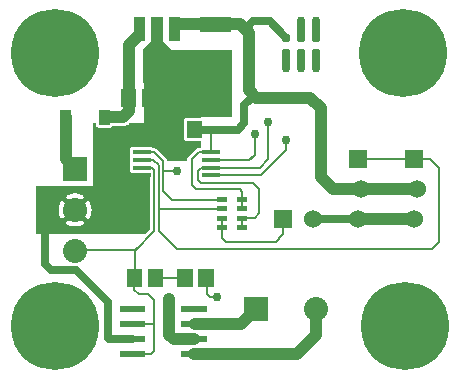
<source format=gbr>
G04 start of page 2 for group 0 idx 0 *
G04 Title: (unknown), top *
G04 Creator: pcb 20140316 *
G04 CreationDate: Tue 12 Jul 2016 01:46:57 AM GMT UTC *
G04 For: ndholmes *
G04 Format: Gerber/RS-274X *
G04 PCB-Dimensions (mil): 1500.00 1250.00 *
G04 PCB-Coordinate-Origin: lower left *
%MOIN*%
%FSLAX25Y25*%
%LNTOP*%
%ADD33C,0.0380*%
%ADD32C,0.0480*%
%ADD31C,0.0472*%
%ADD30C,0.0390*%
%ADD29C,0.1285*%
%ADD28C,0.0150*%
%ADD27C,0.0140*%
%ADD26C,0.0300*%
%ADD25R,0.0200X0.0200*%
%ADD24R,0.0167X0.0167*%
%ADD23R,0.0945X0.0945*%
%ADD22R,0.0360X0.0360*%
%ADD21R,0.0130X0.0130*%
%ADD20C,0.0310*%
%ADD19R,0.0378X0.0378*%
%ADD18R,0.0512X0.0512*%
%ADD17C,0.0600*%
%ADD16C,0.0800*%
%ADD15C,0.2937*%
%ADD14C,0.0250*%
%ADD13C,0.0080*%
%ADD12C,0.0400*%
%ADD11C,0.0001*%
G54D11*G36*
X48118Y106838D02*X48119Y104127D01*
X48156Y103974D01*
X48216Y103829D01*
X48298Y103694D01*
X48401Y103575D01*
X48520Y103472D01*
X48655Y103390D01*
X48800Y103330D01*
X48953Y103293D01*
X49110Y103284D01*
X53047Y103293D01*
X53200Y103330D01*
X53345Y103390D01*
X53480Y103472D01*
X53599Y103575D01*
X53702Y103694D01*
X53784Y103829D01*
X53844Y103974D01*
X53881Y104127D01*
X53890Y104284D01*
X53887Y109000D01*
X76000D01*
Y98000D01*
X46500D01*
Y107534D01*
X47105Y106934D01*
X47240Y106851D01*
X47385Y106791D01*
X47538Y106754D01*
X47695Y106742D01*
X47852Y106754D01*
X48005Y106791D01*
X48118Y106838D01*
G37*
G36*
X28166Y63500D02*X34500D01*
Y47500D01*
X28166D01*
Y52810D01*
X28251Y52846D01*
X28352Y52908D01*
X28442Y52984D01*
X28518Y53074D01*
X28578Y53176D01*
X28795Y53645D01*
X28962Y54134D01*
X29082Y54637D01*
X29155Y55149D01*
X29179Y55665D01*
X29155Y56181D01*
X29082Y56693D01*
X28962Y57196D01*
X28795Y57685D01*
X28583Y58157D01*
X28522Y58258D01*
X28445Y58349D01*
X28355Y58426D01*
X28253Y58488D01*
X28166Y58525D01*
Y63500D01*
G37*
G36*
X23675D02*X28166D01*
Y58525D01*
X28144Y58534D01*
X28028Y58562D01*
X27910Y58571D01*
X27792Y58562D01*
X27676Y58535D01*
X27566Y58489D01*
X27465Y58427D01*
X27375Y58351D01*
X27297Y58260D01*
X27235Y58159D01*
X27189Y58050D01*
X27162Y57934D01*
X27152Y57816D01*
X27161Y57697D01*
X27189Y57582D01*
X27236Y57473D01*
X27394Y57133D01*
X27515Y56777D01*
X27603Y56412D01*
X27655Y56040D01*
X27673Y55665D01*
X27655Y55290D01*
X27603Y54918D01*
X27515Y54553D01*
X27394Y54197D01*
X27240Y53855D01*
X27193Y53747D01*
X27166Y53632D01*
X27156Y53514D01*
X27166Y53397D01*
X27194Y53282D01*
X27239Y53173D01*
X27301Y53072D01*
X27378Y52983D01*
X27468Y52906D01*
X27568Y52845D01*
X27677Y52800D01*
X27792Y52772D01*
X27910Y52763D01*
X28028Y52773D01*
X28142Y52800D01*
X28166Y52810D01*
Y47500D01*
X23675D01*
Y50159D01*
X24189Y50183D01*
X24701Y50256D01*
X25204Y50376D01*
X25693Y50543D01*
X26165Y50755D01*
X26266Y50816D01*
X26357Y50893D01*
X26434Y50983D01*
X26496Y51085D01*
X26542Y51194D01*
X26570Y51310D01*
X26579Y51428D01*
X26570Y51546D01*
X26543Y51662D01*
X26497Y51772D01*
X26435Y51873D01*
X26359Y51963D01*
X26268Y52041D01*
X26167Y52103D01*
X26058Y52149D01*
X25942Y52176D01*
X25824Y52186D01*
X25705Y52177D01*
X25590Y52149D01*
X25481Y52102D01*
X25141Y51944D01*
X24785Y51823D01*
X24420Y51735D01*
X24048Y51683D01*
X23675Y51665D01*
Y59665D01*
X24048Y59647D01*
X24420Y59595D01*
X24785Y59507D01*
X25141Y59386D01*
X25483Y59232D01*
X25591Y59185D01*
X25706Y59158D01*
X25824Y59148D01*
X25941Y59158D01*
X26056Y59186D01*
X26165Y59231D01*
X26266Y59293D01*
X26355Y59370D01*
X26432Y59460D01*
X26493Y59560D01*
X26538Y59669D01*
X26566Y59784D01*
X26575Y59902D01*
X26565Y60020D01*
X26538Y60134D01*
X26492Y60243D01*
X26430Y60344D01*
X26354Y60434D01*
X26264Y60510D01*
X26162Y60570D01*
X25693Y60787D01*
X25204Y60954D01*
X24701Y61074D01*
X24189Y61147D01*
X23675Y61171D01*
Y63500D01*
G37*
G36*
X19180D02*X23675D01*
Y61171D01*
X23673Y61171D01*
X23157Y61147D01*
X22645Y61074D01*
X22142Y60954D01*
X21653Y60787D01*
X21181Y60575D01*
X21080Y60514D01*
X20989Y60437D01*
X20912Y60347D01*
X20850Y60245D01*
X20804Y60136D01*
X20776Y60020D01*
X20767Y59902D01*
X20776Y59784D01*
X20803Y59668D01*
X20849Y59558D01*
X20911Y59457D01*
X20987Y59367D01*
X21078Y59289D01*
X21179Y59227D01*
X21288Y59181D01*
X21404Y59154D01*
X21522Y59144D01*
X21641Y59153D01*
X21756Y59181D01*
X21865Y59228D01*
X22205Y59386D01*
X22561Y59507D01*
X22926Y59595D01*
X23298Y59647D01*
X23673Y59665D01*
X23675Y59665D01*
Y51665D01*
X23673Y51665D01*
X23298Y51683D01*
X22926Y51735D01*
X22561Y51823D01*
X22205Y51944D01*
X21863Y52098D01*
X21755Y52145D01*
X21640Y52172D01*
X21522Y52182D01*
X21405Y52172D01*
X21290Y52144D01*
X21181Y52099D01*
X21080Y52037D01*
X20991Y51960D01*
X20914Y51870D01*
X20853Y51770D01*
X20808Y51661D01*
X20780Y51546D01*
X20771Y51428D01*
X20781Y51310D01*
X20808Y51196D01*
X20854Y51087D01*
X20916Y50986D01*
X20992Y50896D01*
X21082Y50820D01*
X21184Y50760D01*
X21653Y50543D01*
X22142Y50376D01*
X22645Y50256D01*
X23157Y50183D01*
X23673Y50159D01*
X23675Y50159D01*
Y47500D01*
X19180D01*
Y52805D01*
X19202Y52796D01*
X19318Y52768D01*
X19436Y52759D01*
X19554Y52768D01*
X19670Y52795D01*
X19780Y52841D01*
X19881Y52903D01*
X19971Y52979D01*
X20049Y53070D01*
X20111Y53171D01*
X20157Y53280D01*
X20184Y53396D01*
X20194Y53514D01*
X20185Y53633D01*
X20157Y53748D01*
X20110Y53857D01*
X19952Y54197D01*
X19831Y54553D01*
X19743Y54918D01*
X19691Y55290D01*
X19673Y55665D01*
X19691Y56040D01*
X19743Y56412D01*
X19831Y56777D01*
X19952Y57133D01*
X20106Y57475D01*
X20153Y57583D01*
X20180Y57698D01*
X20190Y57816D01*
X20180Y57933D01*
X20152Y58048D01*
X20107Y58157D01*
X20045Y58258D01*
X19968Y58347D01*
X19878Y58424D01*
X19778Y58485D01*
X19669Y58530D01*
X19554Y58558D01*
X19436Y58567D01*
X19318Y58557D01*
X19204Y58530D01*
X19180Y58520D01*
Y63500D01*
G37*
G36*
X10500D02*X19180D01*
Y58520D01*
X19095Y58484D01*
X18994Y58422D01*
X18904Y58346D01*
X18828Y58256D01*
X18768Y58154D01*
X18551Y57685D01*
X18384Y57196D01*
X18264Y56693D01*
X18191Y56181D01*
X18167Y55665D01*
X18191Y55149D01*
X18264Y54637D01*
X18384Y54134D01*
X18551Y53645D01*
X18763Y53173D01*
X18824Y53072D01*
X18901Y52981D01*
X18991Y52904D01*
X19093Y52842D01*
X19180Y52805D01*
Y47500D01*
X10500D01*
Y63500D01*
G37*
G36*
X41833Y75488D02*X41844Y74016D01*
X41884Y73848D01*
X41950Y73688D01*
X42029Y73558D01*
X41950Y73429D01*
X41884Y73269D01*
X41844Y73101D01*
X41833Y72929D01*
X41844Y71457D01*
X41884Y71289D01*
X41950Y71129D01*
X42029Y71000D01*
X41950Y70871D01*
X41884Y70711D01*
X41844Y70543D01*
X41833Y70371D01*
X41844Y68899D01*
X41884Y68731D01*
X41950Y68571D01*
X42041Y68423D01*
X42153Y68291D01*
X42285Y68179D01*
X42433Y68088D01*
X42593Y68022D01*
X42761Y67982D01*
X42933Y67972D01*
X48600Y67981D01*
Y64000D01*
X48600Y64000D01*
Y49080D01*
X47020Y47500D01*
X29500D01*
Y84500D01*
X30608D01*
X30609Y83943D01*
X30646Y83790D01*
X30706Y83645D01*
X30788Y83510D01*
X30891Y83391D01*
X31010Y83288D01*
X31145Y83206D01*
X31290Y83146D01*
X31443Y83109D01*
X31600Y83100D01*
X35357Y83109D01*
X35510Y83146D01*
X35655Y83206D01*
X35790Y83288D01*
X35909Y83391D01*
X36003Y83500D01*
X39382D01*
X39500Y83491D01*
X39970Y83528D01*
X39971Y83528D01*
X40430Y83638D01*
X40866Y83819D01*
X41269Y84065D01*
X41628Y84372D01*
X41705Y84462D01*
X41743Y84500D01*
X51500D01*
Y75318D01*
X51029Y75789D01*
X50993Y75831D01*
X50825Y75974D01*
X50638Y76089D01*
X50434Y76174D01*
X50220Y76225D01*
X50000Y76242D01*
X49945Y76238D01*
X49644D01*
X49619Y76268D01*
X49487Y76380D01*
X49339Y76471D01*
X49179Y76537D01*
X49011Y76577D01*
X48838Y76588D01*
X42761Y76577D01*
X42593Y76537D01*
X42433Y76471D01*
X42285Y76380D01*
X42153Y76268D01*
X42041Y76136D01*
X41950Y75988D01*
X41884Y75828D01*
X41844Y75660D01*
X41833Y75488D01*
G37*
G36*
X61100Y72000D02*X54392D01*
X54387Y72058D01*
X54336Y72272D01*
X54251Y72476D01*
X54136Y72663D01*
X53993Y72831D01*
X53951Y72867D01*
X51029Y75789D01*
X50993Y75831D01*
X50825Y75974D01*
X50638Y76089D01*
X50434Y76174D01*
X50220Y76225D01*
X50000Y76242D01*
X49945Y76238D01*
X49644D01*
X49619Y76268D01*
X49487Y76380D01*
X49339Y76471D01*
X49179Y76537D01*
X49011Y76577D01*
X48838Y76588D01*
X46500Y76584D01*
Y89500D01*
X65500D01*
Y86451D01*
X60827Y86443D01*
X60674Y86406D01*
X60529Y86346D01*
X60394Y86264D01*
X60275Y86161D01*
X60172Y86042D01*
X60090Y85907D01*
X60030Y85762D01*
X59993Y85609D01*
X59984Y85452D01*
X59993Y79391D01*
X60030Y79238D01*
X60090Y79093D01*
X60172Y78958D01*
X60275Y78839D01*
X60394Y78736D01*
X60529Y78654D01*
X60674Y78594D01*
X60827Y78557D01*
X60984Y78548D01*
X65500Y78556D01*
Y76286D01*
X64941D01*
X64886Y76290D01*
X64666Y76273D01*
X64452Y76221D01*
X64248Y76137D01*
X64060Y76022D01*
X64060Y76022D01*
X63893Y75879D01*
X63857Y75837D01*
X61549Y73529D01*
X61507Y73493D01*
X61364Y73325D01*
X61249Y73138D01*
X61164Y72934D01*
X61113Y72720D01*
X61096Y72500D01*
X61100Y72445D01*
Y72000D01*
G37*
G36*
X46500Y97500D02*X76000D01*
Y86500D01*
X46500D01*
Y97500D01*
G37*
G36*
Y99500D02*X76000D01*
Y88500D01*
X46500D01*
Y99500D01*
G37*
G54D12*X63500Y17500D02*X79000D01*
X84000Y22500D01*
X63250Y7500D02*X97500D01*
G54D13*X71000Y26500D02*X68500D01*
X67500Y27500D01*
G54D12*X97500Y7500D02*X104000Y14000D01*
Y22500D01*
G54D14*X34500Y13000D02*Y25000D01*
X35000Y12500D02*X34500Y13000D01*
G54D13*X42750Y7500D02*X49000D01*
X42750Y17500D02*X50000D01*
G54D14*X42750Y12500D02*X35000D01*
G54D12*X56500D02*X63250D01*
G54D13*X49000Y7500D02*X50000Y8500D01*
Y25500D02*Y8500D01*
G54D12*X55000Y14000D02*X56500Y12500D01*
G54D13*X50543Y33000D02*X60230D01*
X60305Y33075D01*
X67500Y27500D02*Y32966D01*
X67391Y33075D01*
X43500Y33043D02*X43457Y33000D01*
Y29043D01*
X45000Y27500D01*
X48000D01*
X50000Y25500D01*
G54D14*X55000D02*Y17500D01*
G54D12*Y26000D02*Y14000D01*
G54D13*X48000Y27500D02*X49250Y26250D01*
X50000Y69000D02*Y62500D01*
X49721Y72279D02*X51500Y70500D01*
Y61500D01*
X55925Y59075D02*X53000Y62000D01*
Y71838D01*
X51500Y63000D02*Y58000D01*
X45886Y69721D02*X49279D01*
X50000Y69000D01*
X45886Y72279D02*X49721D01*
X45886Y74838D02*X49662D01*
X50000D02*X48500D01*
X53000Y71838D02*X50000Y74838D01*
X53000Y71838D02*X52169Y72669D01*
G54D12*X41500Y110500D02*X45000Y114000D01*
X70500Y117500D02*X57000D01*
G54D14*X70595D02*X70500Y117405D01*
G54D12*X33500Y86500D02*X39500D01*
X41500Y88500D01*
Y110500D01*
X69000Y117500D02*X78500D01*
X81500Y114500D01*
G54D14*X80250Y115750D02*X83000Y118500D01*
G54D12*X81500Y114500D02*Y95500D01*
X84000Y93000D01*
G54D14*X80000Y84500D02*Y90500D01*
X83250Y93750D01*
G54D13*X23787Y42000D02*X23673Y41886D01*
X23787Y42000D02*X23673Y41886D01*
G54D14*X34500Y25000D02*X24000Y35500D01*
X15500D01*
X13500Y37500D01*
G54D12*X20500Y86500D02*Y72618D01*
X23673Y69445D01*
G54D14*X13500Y37500D02*Y51500D01*
G54D13*X24000Y42213D02*X43713D01*
X62500Y72500D02*Y64000D01*
X64000Y62500D01*
X63000Y63500D01*
X64500Y68500D02*Y65500D01*
X65500Y64500D01*
X53000Y68500D02*X57500D01*
X69114Y69721D02*X65721D01*
X64500Y68500D01*
X65500Y64500D02*X83000D01*
X85000Y62500D01*
X79348Y52925D02*Y49776D01*
X85000Y62500D02*Y54500D01*
X83500Y53000D01*
X79423D01*
X79348Y52925D01*
X72652D02*Y49776D01*
Y51652D02*Y46348D01*
X74000Y45000D01*
X57500Y42500D02*X51500Y48500D01*
Y60000D01*
Y56000D02*X55000D01*
X50000Y64000D02*Y48500D01*
X43500Y42000D01*
Y33043D01*
X43713Y42213D02*X45500Y44000D01*
G54D14*X62500Y82457D02*X77957D01*
G54D13*X69114Y82071D02*X69500Y82457D01*
G54D14*X77957D02*X80000Y84500D01*
G54D13*X69114Y74838D02*Y82071D01*
Y74886D02*X64886D01*
X62500Y72500D01*
X69114Y72279D02*X81779D01*
X83000Y73500D01*
X76221Y69721D02*X85221D01*
X69114D02*X81500D01*
X69114Y67162D02*X85662D01*
X83500Y81000D02*Y74000D01*
X88000Y72500D02*Y85000D01*
X94000Y75500D02*Y79000D01*
X83500Y74000D02*X82250Y72750D01*
X85221Y69721D02*X88000Y72500D01*
X85662Y67162D02*X94000Y75500D01*
X85662Y67162D02*X88000Y69500D01*
G54D14*X94000Y113000D02*X89500Y117500D01*
X99000Y113000D02*Y118500D01*
X88500D02*X91000Y116000D01*
X83000Y118500D02*X88500D01*
X104000Y113000D02*Y118500D01*
X99000Y108000D02*Y103000D01*
X94000Y108000D02*Y103000D01*
X104000Y108000D02*Y103000D01*
G54D13*X72652Y59075D02*X55925D01*
X53500Y56000D02*X72577D01*
X72652Y55925D01*
X79348Y59075D02*Y55925D01*
Y56848D02*Y61652D01*
X78500Y62500D01*
X64000D01*
G54D12*X84000Y93000D02*X102000D01*
X105500Y89500D01*
Y66500D01*
X109500Y62500D01*
X137500D01*
X118000Y52500D02*X136500D01*
G54D14*X103000D02*X118000D01*
G54D13*Y72500D02*X142000D01*
X145000Y69500D01*
Y45000D01*
X142500Y42500D01*
X57500D01*
X93000Y52500D02*Y47500D01*
X90500Y45000D01*
X74000D02*X90500D01*
X92000Y46500D01*
G54D15*X133500Y17000D03*
X133000Y108000D03*
X17000Y17000D03*
Y108000D03*
G54D11*G36*
X19673Y73445D02*Y65445D01*
X27673D01*
Y73445D01*
X19673D01*
G37*
G54D16*X23673Y55665D03*
Y41886D03*
G54D11*G36*
X80000Y26500D02*Y18500D01*
X88000D01*
Y26500D01*
X80000D01*
G37*
G36*
X90000Y55500D02*Y49500D01*
X96000D01*
Y55500D01*
X90000D01*
G37*
G54D16*X104000Y22500D03*
G54D17*X103000Y52500D03*
G54D11*G36*
X115000Y75500D02*Y69500D01*
X121000D01*
Y75500D01*
X115000D01*
G37*
G54D17*X119000Y62500D03*
X118000Y52500D03*
G54D11*G36*
X133500Y75500D02*Y69500D01*
X139500D01*
Y75500D01*
X133500D01*
G37*
G54D17*X137500Y62500D03*
X136500Y52500D03*
G54D18*X63543Y82893D02*Y82107D01*
X67745Y117405D02*X73255D01*
X67745Y105595D02*X73255D01*
G54D19*X56906Y117984D02*Y113890D01*
G54D20*X94000Y108000D03*
Y113000D03*
X99000Y108000D03*
Y113000D03*
X104000Y108000D03*
Y113000D03*
G54D21*X66811Y67162D02*X71417D01*
X66811Y69721D02*X71417D01*
X66811Y72279D02*X71417D01*
X66811Y74838D02*X71417D01*
G54D18*X56457Y82893D02*Y82107D01*
G54D22*X20500Y87100D02*Y85900D01*
X33400Y87100D02*Y85900D01*
G54D18*X41457Y93393D02*Y92607D01*
X48543Y93393D02*Y92607D01*
G54D19*X51000Y117984D02*Y106174D01*
X45094Y117984D02*Y113890D01*
G54D23*X51000Y104440D02*Y102550D01*
G54D11*G36*
X52885Y112005D02*X55725Y109165D01*
X54305Y107745D01*
X51465Y110585D01*
X52885Y112005D01*
G37*
G36*
X46275Y109165D02*X49115Y112005D01*
X50535Y110585D01*
X47695Y107745D01*
X46275Y109165D01*
G37*
G54D21*X43583Y74838D02*X48189D01*
X43583Y72279D02*X48189D01*
X43583Y69721D02*X48189D01*
X43583Y67162D02*X48189D01*
G54D24*X71717Y59224D02*X73587D01*
X71717Y56075D02*X73587D01*
X71717Y52925D02*X73587D01*
X71717Y49776D02*X73587D01*
X78413D02*X80283D01*
X78413Y52925D02*X80283D01*
X78413Y56075D02*X80283D01*
X78413Y59224D02*X80283D01*
G54D18*X50543Y33393D02*Y32607D01*
X43457Y33393D02*Y32607D01*
X67391Y33468D02*Y32682D01*
X60305Y33468D02*Y32682D01*
G54D25*X39500Y22500D02*X46000D01*
X60000D02*X66500D01*
X39500Y17500D02*X46000D01*
X60000D02*X66500D01*
X39500Y12500D02*X46000D01*
X60000D02*X66500D01*
X39500Y7500D02*X46000D01*
X60000D02*X66500D01*
G54D26*X58500Y106500D03*
Y102500D03*
Y98500D03*
X62500D03*
X66500D03*
X104000Y118500D03*
X99000Y103000D03*
X94000D03*
X99000Y118500D03*
X104000Y103000D03*
X66500Y94500D03*
X88000Y85000D03*
X83500Y81000D03*
X94000Y79000D03*
X62500Y94500D03*
X71000Y26500D03*
X58500Y94500D03*
X41500Y98500D03*
Y102500D03*
Y106500D03*
X54500Y94500D03*
Y90500D03*
X57500Y68500D03*
X55000Y25500D03*
Y21500D03*
Y17500D03*
G54D27*G54D28*G54D27*G54D28*G54D27*G54D28*G54D27*G54D28*G54D27*G54D28*G54D29*G54D30*G54D29*G54D31*G54D32*G54D33*G54D32*G54D33*M02*

</source>
